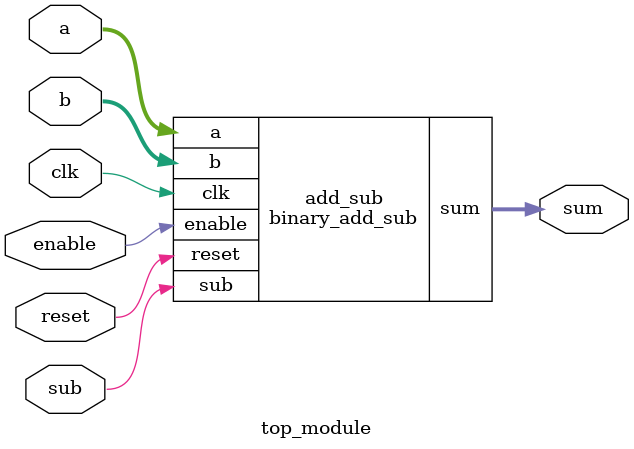
<source format=v>

module binary_add_sub (
    input clk,
    input reset,      // Synchronous active-high reset
    input [31:0] a,   // 32-bit input a
    input [31:0] b,   // 32-bit input b
    input sub,        // Select input for addition or subtraction
    input enable,     // Enable input for the storage module
    output [31:0] sum // 32-bit output for the selected operation
);

    // 8-bit binary number storage module
    reg [7:0] stored_num = 8'h34;
    
    // Adder-subtractor module for 32-bit binary numbers
    wire [31:0] result;
    wire [31:0] inverted_b = sub ? ~b + 1 : b;
    assign result = a + inverted_b;
    
    // Carry-lookahead adder architecture
    wire [31:0] g, p, c;
    assign g = result & {32{1'b1}};
    assign p = a ^ inverted_b;
    assign c[0] = sub;
    generate
        genvar i;
        for (i = 1; i < 32; i = i + 1) begin : carry_gen
            assign c[i] = g[i-1] | (p[i-1] & c[i-1]);
        end
    endgenerate
    
    // Output
    
    assign sum = result; // Fixed the RTL code by assigning the result to the output sum 
    
    always @(posedge clk) begin
        if (reset) begin
            stored_num <= 8'h34;
            // Remove the assignment to sum here
        end else if (enable) begin
            stored_num <= result[7:0];
        end else begin
            // Remove the assignment to sum here
        end
    end

endmodule
module top_module (
    input clk,
    input reset,      // Synchronous active-high reset
    input [31:0] a,   // 32-bit input a
    input [31:0] b,   // 32-bit input b
    input sub,        // Select input for addition or subtraction
    input enable,     // Enable input for the storage module
    output [31:0] sum // 32-bit output for the selected operation
);
    
    binary_add_sub add_sub (
        .clk(clk),
        .reset(reset),
        .a(a),
        .b(b),
        .sub(sub),
        .enable(enable),
        .sum(sum)
    );

endmodule
</source>
